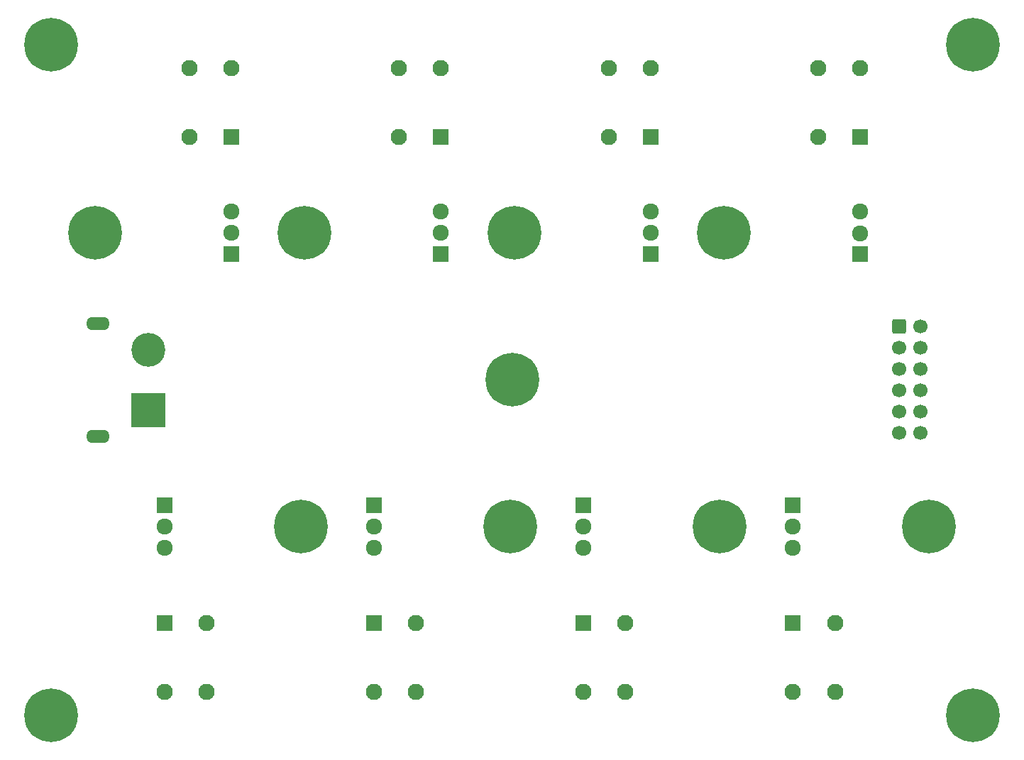
<source format=gbr>
G04 #@! TF.GenerationSoftware,KiCad,Pcbnew,(6.0.5)*
G04 #@! TF.CreationDate,2022-07-13T14:18:21-07:00*
G04 #@! TF.ProjectId,solid_state_relays_24v,736f6c69-645f-4737-9461-74655f72656c,0.0.10*
G04 #@! TF.SameCoordinates,PX2faf080PY8583b00*
G04 #@! TF.FileFunction,Soldermask,Bot*
G04 #@! TF.FilePolarity,Negative*
%FSLAX46Y46*%
G04 Gerber Fmt 4.6, Leading zero omitted, Abs format (unit mm)*
G04 Created by KiCad (PCBNEW (6.0.5)) date 2022-07-13 14:18:21*
%MOMM*%
%LPD*%
G01*
G04 APERTURE LIST*
G04 Aperture macros list*
%AMRoundRect*
0 Rectangle with rounded corners*
0 $1 Rounding radius*
0 $2 $3 $4 $5 $6 $7 $8 $9 X,Y pos of 4 corners*
0 Add a 4 corners polygon primitive as box body*
4,1,4,$2,$3,$4,$5,$6,$7,$8,$9,$2,$3,0*
0 Add four circle primitives for the rounded corners*
1,1,$1+$1,$2,$3*
1,1,$1+$1,$4,$5*
1,1,$1+$1,$6,$7*
1,1,$1+$1,$8,$9*
0 Add four rect primitives between the rounded corners*
20,1,$1+$1,$2,$3,$4,$5,0*
20,1,$1+$1,$4,$5,$6,$7,0*
20,1,$1+$1,$6,$7,$8,$9,0*
20,1,$1+$1,$8,$9,$2,$3,0*%
G04 Aperture macros list end*
%ADD10C,0.800000*%
%ADD11C,6.400000*%
%ADD12R,1.950000X1.950000*%
%ADD13C,1.950000*%
%ADD14RoundRect,0.250000X-0.600000X-0.600000X0.600000X-0.600000X0.600000X0.600000X-0.600000X0.600000X0*%
%ADD15C,1.700000*%
%ADD16O,2.800000X1.600000*%
%ADD17R,4.050000X4.050000*%
%ADD18C,4.050000*%
%ADD19R,1.920000X1.920000*%
%ADD20C,1.920000*%
G04 APERTURE END LIST*
D10*
G04 #@! TO.C,H1*
X3302944Y86697056D03*
D11*
X5000000Y85000000D03*
D10*
X7400000Y85000000D03*
X3302944Y83302944D03*
X6697056Y86697056D03*
X5000000Y87400000D03*
X2600000Y85000000D03*
X5000000Y82600000D03*
X6697056Y83302944D03*
G04 #@! TD*
G04 #@! TO.C,H4*
X3302944Y6697056D03*
X6697056Y3302944D03*
X6697056Y6697056D03*
X7400000Y5000000D03*
X3302944Y3302944D03*
X2600000Y5000000D03*
X5000000Y2600000D03*
X5000000Y7400000D03*
D11*
X5000000Y5000000D03*
G04 #@! TD*
G04 #@! TO.C,HQ2*
X35250000Y62540000D03*
D10*
X36947056Y64237056D03*
X36947056Y60842944D03*
X35250000Y64940000D03*
X32850000Y62540000D03*
X33552944Y60842944D03*
X37650000Y62540000D03*
X35250000Y60140000D03*
X33552944Y64237056D03*
G04 #@! TD*
G04 #@! TO.C,H2*
X113302944Y83302944D03*
X115000000Y87400000D03*
D11*
X115000000Y85000000D03*
D10*
X112600000Y85000000D03*
X115000000Y82600000D03*
X116697056Y86697056D03*
X113302944Y86697056D03*
X117400000Y85000000D03*
X116697056Y83302944D03*
G04 #@! TD*
G04 #@! TO.C,HQ1*
X10250000Y64940000D03*
X7850000Y62540000D03*
D11*
X10250000Y62540000D03*
D10*
X8552944Y64237056D03*
X11947056Y60842944D03*
X12650000Y62540000D03*
X10250000Y60140000D03*
X11947056Y64237056D03*
X8552944Y60842944D03*
G04 #@! TD*
D12*
G04 #@! TO.C,J2*
X51500000Y74000000D03*
D13*
X51500000Y82200000D03*
X46500000Y74000000D03*
X46500000Y82200000D03*
G04 #@! TD*
D11*
G04 #@! TO.C,H3*
X115000000Y5000000D03*
D10*
X116697056Y6697056D03*
X117400000Y5000000D03*
X116697056Y3302944D03*
X115000000Y7400000D03*
X112600000Y5000000D03*
X115000000Y2600000D03*
X113302944Y3302944D03*
X113302944Y6697056D03*
G04 #@! TD*
D12*
G04 #@! TO.C,J1*
X26500000Y74000000D03*
D13*
X26500000Y82200000D03*
X21500000Y74000000D03*
X21500000Y82200000D03*
G04 #@! TD*
D10*
G04 #@! TO.C,HQ7*
X62150000Y27460000D03*
X59750000Y29860000D03*
D11*
X59750000Y27460000D03*
D10*
X61447056Y25762944D03*
X58052944Y25762944D03*
X58052944Y29157056D03*
X57350000Y27460000D03*
X61447056Y29157056D03*
X59750000Y25060000D03*
G04 #@! TD*
D12*
G04 #@! TO.C,J6*
X68500000Y16000000D03*
D13*
X68500000Y7800000D03*
X73500000Y16000000D03*
X73500000Y7800000D03*
G04 #@! TD*
D12*
G04 #@! TO.C,J4*
X101500000Y74000000D03*
D13*
X101500000Y82200000D03*
X96500000Y74000000D03*
X96500000Y82200000D03*
G04 #@! TD*
D12*
G04 #@! TO.C,J3*
X76500000Y74000000D03*
D13*
X76500000Y82200000D03*
X71500000Y74000000D03*
X71500000Y82200000D03*
G04 #@! TD*
D14*
G04 #@! TO.C,JCNTL1*
X106200000Y51400000D03*
D15*
X108740000Y51400000D03*
X106200000Y48860000D03*
X108740000Y48860000D03*
X106200000Y46320000D03*
X108740000Y46320000D03*
X106200000Y43780000D03*
X108740000Y43780000D03*
X106200000Y41240000D03*
X108740000Y41240000D03*
X106200000Y38700000D03*
X108740000Y38700000D03*
G04 #@! TD*
D10*
G04 #@! TO.C,HQ6*
X83052944Y25762944D03*
X86447056Y29157056D03*
X82350000Y27460000D03*
D11*
X84750000Y27460000D03*
D10*
X84750000Y29860000D03*
X84750000Y25060000D03*
X87150000Y27460000D03*
X86447056Y25762944D03*
X83052944Y29157056D03*
G04 #@! TD*
G04 #@! TO.C,HQ8*
X36447056Y29157056D03*
X36447056Y25762944D03*
X34750000Y25060000D03*
D11*
X34750000Y27460000D03*
D10*
X32350000Y27460000D03*
X33052944Y25762944D03*
X37150000Y27460000D03*
X33052944Y29157056D03*
X34750000Y29860000D03*
G04 #@! TD*
D12*
G04 #@! TO.C,J8*
X18500000Y16000000D03*
D13*
X18500000Y7800000D03*
X23500000Y16000000D03*
X23500000Y7800000D03*
G04 #@! TD*
D16*
G04 #@! TO.C,JPWR1*
X10600000Y51750000D03*
X10600000Y38250000D03*
D17*
X16600000Y41400000D03*
D18*
X16600000Y48600000D03*
G04 #@! TD*
D10*
G04 #@! TO.C,HC1*
X58302944Y43302944D03*
X61697056Y43302944D03*
X58302944Y46697056D03*
D11*
X60000000Y45000000D03*
D10*
X60000000Y42600000D03*
X62400000Y45000000D03*
X57600000Y45000000D03*
X60000000Y47400000D03*
X61697056Y46697056D03*
G04 #@! TD*
D12*
G04 #@! TO.C,J7*
X43500000Y16000000D03*
D13*
X43500000Y7800000D03*
X48500000Y16000000D03*
X48500000Y7800000D03*
G04 #@! TD*
D12*
G04 #@! TO.C,J5*
X93500000Y16000000D03*
D13*
X93500000Y7800000D03*
X98500000Y16000000D03*
X98500000Y7800000D03*
G04 #@! TD*
D11*
G04 #@! TO.C,HQ5*
X109750000Y27460000D03*
D10*
X108052944Y25762944D03*
X112150000Y27460000D03*
X107350000Y27460000D03*
X111447056Y29157056D03*
X109750000Y25060000D03*
X111447056Y25762944D03*
X108052944Y29157056D03*
X109750000Y29860000D03*
G04 #@! TD*
G04 #@! TO.C,HQ4*
X83552944Y60842944D03*
X85250000Y64940000D03*
D11*
X85250000Y62540000D03*
D10*
X87650000Y62540000D03*
X86947056Y60842944D03*
X83552944Y64237056D03*
X85250000Y60140000D03*
X86947056Y64237056D03*
X82850000Y62540000D03*
G04 #@! TD*
G04 #@! TO.C,HQ3*
X60250000Y64940000D03*
X58552944Y60842944D03*
X61947056Y60842944D03*
X58552944Y64237056D03*
D11*
X60250000Y62540000D03*
D10*
X57850000Y62540000D03*
X62650000Y62540000D03*
X61947056Y64237056D03*
X60250000Y60140000D03*
G04 #@! TD*
D19*
G04 #@! TO.C,Q5*
X93500000Y30000000D03*
D20*
X93500000Y27460000D03*
X93500000Y24920000D03*
G04 #@! TD*
D19*
G04 #@! TO.C,Q4*
X101500000Y60000000D03*
D20*
X101500000Y62500000D03*
X101500000Y65080000D03*
G04 #@! TD*
D19*
G04 #@! TO.C,Q1*
X26500000Y60000000D03*
D20*
X26500000Y62540000D03*
X26500000Y65080000D03*
G04 #@! TD*
D19*
G04 #@! TO.C,Q8*
X18500000Y30000000D03*
D20*
X18500000Y27460000D03*
X18500000Y24920000D03*
G04 #@! TD*
D19*
G04 #@! TO.C,Q2*
X51500000Y60000000D03*
D20*
X51500000Y62540000D03*
X51500000Y65080000D03*
G04 #@! TD*
D19*
G04 #@! TO.C,Q3*
X76500000Y60000000D03*
D20*
X76500000Y62540000D03*
X76500000Y65080000D03*
G04 #@! TD*
D19*
G04 #@! TO.C,Q6*
X68500000Y30000000D03*
D20*
X68500000Y27460000D03*
X68500000Y24920000D03*
G04 #@! TD*
D19*
G04 #@! TO.C,Q7*
X43500000Y30000000D03*
D20*
X43500000Y27460000D03*
X43500000Y24920000D03*
G04 #@! TD*
M02*

</source>
